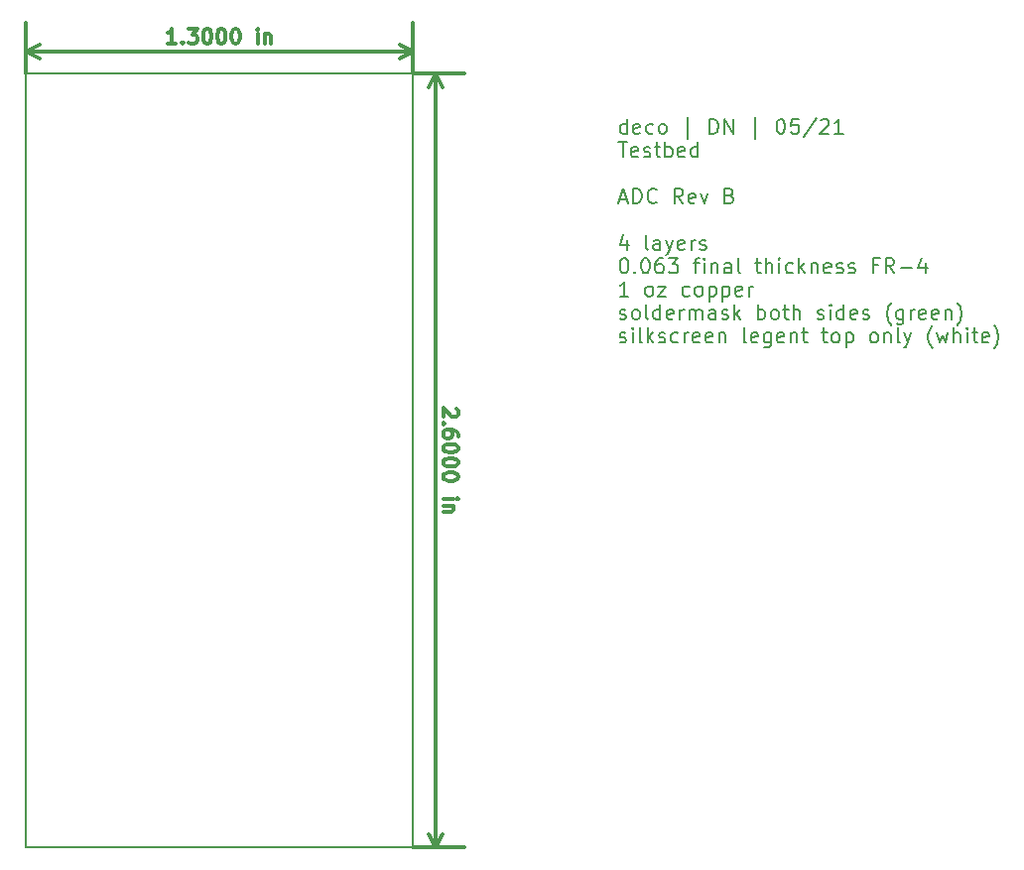
<source format=gbr>
%TF.GenerationSoftware,KiCad,Pcbnew,4.0.2-stable*%
%TF.CreationDate,2021-11-10T19:01:32-08:00*%
%TF.ProjectId,ADC,4144432E6B696361645F706362000000,rev?*%
%TF.FileFunction,Drawing*%
%FSLAX46Y46*%
G04 Gerber Fmt 4.6, Leading zero omitted, Abs format (unit mm)*
G04 Created by KiCad (PCBNEW 4.0.2-stable) date 11/10/2021 7:01:32 PM*
%MOMM*%
G01*
G04 APERTURE LIST*
%ADD10C,0.100000*%
%ADD11C,0.300000*%
%ADD12C,0.203200*%
%ADD13C,0.150000*%
G04 APERTURE END LIST*
D10*
D11*
X143414524Y-81915000D02*
X143475000Y-81975476D01*
X143535476Y-82096428D01*
X143535476Y-82398809D01*
X143475000Y-82519762D01*
X143414524Y-82580238D01*
X143293571Y-82640714D01*
X143172619Y-82640714D01*
X142991190Y-82580238D01*
X142265476Y-81854524D01*
X142265476Y-82640714D01*
X142386429Y-83185000D02*
X142325952Y-83245476D01*
X142265476Y-83185000D01*
X142325952Y-83124524D01*
X142386429Y-83185000D01*
X142265476Y-83185000D01*
X143535476Y-84334048D02*
X143535476Y-84092143D01*
X143475000Y-83971191D01*
X143414524Y-83910714D01*
X143233095Y-83789762D01*
X142991190Y-83729286D01*
X142507381Y-83729286D01*
X142386429Y-83789762D01*
X142325952Y-83850238D01*
X142265476Y-83971191D01*
X142265476Y-84213095D01*
X142325952Y-84334048D01*
X142386429Y-84394524D01*
X142507381Y-84455000D01*
X142809762Y-84455000D01*
X142930714Y-84394524D01*
X142991190Y-84334048D01*
X143051667Y-84213095D01*
X143051667Y-83971191D01*
X142991190Y-83850238D01*
X142930714Y-83789762D01*
X142809762Y-83729286D01*
X143535476Y-85241191D02*
X143535476Y-85362143D01*
X143475000Y-85483095D01*
X143414524Y-85543572D01*
X143293571Y-85604048D01*
X143051667Y-85664524D01*
X142749286Y-85664524D01*
X142507381Y-85604048D01*
X142386429Y-85543572D01*
X142325952Y-85483095D01*
X142265476Y-85362143D01*
X142265476Y-85241191D01*
X142325952Y-85120238D01*
X142386429Y-85059762D01*
X142507381Y-84999286D01*
X142749286Y-84938810D01*
X143051667Y-84938810D01*
X143293571Y-84999286D01*
X143414524Y-85059762D01*
X143475000Y-85120238D01*
X143535476Y-85241191D01*
X143535476Y-86450715D02*
X143535476Y-86571667D01*
X143475000Y-86692619D01*
X143414524Y-86753096D01*
X143293571Y-86813572D01*
X143051667Y-86874048D01*
X142749286Y-86874048D01*
X142507381Y-86813572D01*
X142386429Y-86753096D01*
X142325952Y-86692619D01*
X142265476Y-86571667D01*
X142265476Y-86450715D01*
X142325952Y-86329762D01*
X142386429Y-86269286D01*
X142507381Y-86208810D01*
X142749286Y-86148334D01*
X143051667Y-86148334D01*
X143293571Y-86208810D01*
X143414524Y-86269286D01*
X143475000Y-86329762D01*
X143535476Y-86450715D01*
X143535476Y-87660239D02*
X143535476Y-87781191D01*
X143475000Y-87902143D01*
X143414524Y-87962620D01*
X143293571Y-88023096D01*
X143051667Y-88083572D01*
X142749286Y-88083572D01*
X142507381Y-88023096D01*
X142386429Y-87962620D01*
X142325952Y-87902143D01*
X142265476Y-87781191D01*
X142265476Y-87660239D01*
X142325952Y-87539286D01*
X142386429Y-87478810D01*
X142507381Y-87418334D01*
X142749286Y-87357858D01*
X143051667Y-87357858D01*
X143293571Y-87418334D01*
X143414524Y-87478810D01*
X143475000Y-87539286D01*
X143535476Y-87660239D01*
X142265476Y-89595477D02*
X143112143Y-89595477D01*
X143535476Y-89595477D02*
X143475000Y-89535001D01*
X143414524Y-89595477D01*
X143475000Y-89655953D01*
X143535476Y-89595477D01*
X143414524Y-89595477D01*
X143112143Y-90200239D02*
X142265476Y-90200239D01*
X142991190Y-90200239D02*
X143051667Y-90260715D01*
X143112143Y-90381668D01*
X143112143Y-90563096D01*
X143051667Y-90684048D01*
X142930714Y-90744525D01*
X142265476Y-90744525D01*
X141605000Y-53340000D02*
X141605000Y-119380000D01*
X139700000Y-53340000D02*
X144075000Y-53340000D01*
X139700000Y-119380000D02*
X144075000Y-119380000D01*
X141605000Y-119380000D02*
X141018579Y-118253496D01*
X141605000Y-119380000D02*
X142191421Y-118253496D01*
X141605000Y-53340000D02*
X141018579Y-54466504D01*
X141605000Y-53340000D02*
X142191421Y-54466504D01*
X119470714Y-50774524D02*
X118745000Y-50774524D01*
X119107857Y-50774524D02*
X119107857Y-49504524D01*
X118986905Y-49685952D01*
X118865952Y-49806905D01*
X118745000Y-49867381D01*
X120015000Y-50653571D02*
X120075476Y-50714048D01*
X120015000Y-50774524D01*
X119954524Y-50714048D01*
X120015000Y-50653571D01*
X120015000Y-50774524D01*
X120498810Y-49504524D02*
X121285000Y-49504524D01*
X120861667Y-49988333D01*
X121043095Y-49988333D01*
X121164048Y-50048810D01*
X121224524Y-50109286D01*
X121285000Y-50230238D01*
X121285000Y-50532619D01*
X121224524Y-50653571D01*
X121164048Y-50714048D01*
X121043095Y-50774524D01*
X120680238Y-50774524D01*
X120559286Y-50714048D01*
X120498810Y-50653571D01*
X122071191Y-49504524D02*
X122192143Y-49504524D01*
X122313095Y-49565000D01*
X122373572Y-49625476D01*
X122434048Y-49746429D01*
X122494524Y-49988333D01*
X122494524Y-50290714D01*
X122434048Y-50532619D01*
X122373572Y-50653571D01*
X122313095Y-50714048D01*
X122192143Y-50774524D01*
X122071191Y-50774524D01*
X121950238Y-50714048D01*
X121889762Y-50653571D01*
X121829286Y-50532619D01*
X121768810Y-50290714D01*
X121768810Y-49988333D01*
X121829286Y-49746429D01*
X121889762Y-49625476D01*
X121950238Y-49565000D01*
X122071191Y-49504524D01*
X123280715Y-49504524D02*
X123401667Y-49504524D01*
X123522619Y-49565000D01*
X123583096Y-49625476D01*
X123643572Y-49746429D01*
X123704048Y-49988333D01*
X123704048Y-50290714D01*
X123643572Y-50532619D01*
X123583096Y-50653571D01*
X123522619Y-50714048D01*
X123401667Y-50774524D01*
X123280715Y-50774524D01*
X123159762Y-50714048D01*
X123099286Y-50653571D01*
X123038810Y-50532619D01*
X122978334Y-50290714D01*
X122978334Y-49988333D01*
X123038810Y-49746429D01*
X123099286Y-49625476D01*
X123159762Y-49565000D01*
X123280715Y-49504524D01*
X124490239Y-49504524D02*
X124611191Y-49504524D01*
X124732143Y-49565000D01*
X124792620Y-49625476D01*
X124853096Y-49746429D01*
X124913572Y-49988333D01*
X124913572Y-50290714D01*
X124853096Y-50532619D01*
X124792620Y-50653571D01*
X124732143Y-50714048D01*
X124611191Y-50774524D01*
X124490239Y-50774524D01*
X124369286Y-50714048D01*
X124308810Y-50653571D01*
X124248334Y-50532619D01*
X124187858Y-50290714D01*
X124187858Y-49988333D01*
X124248334Y-49746429D01*
X124308810Y-49625476D01*
X124369286Y-49565000D01*
X124490239Y-49504524D01*
X126425477Y-50774524D02*
X126425477Y-49927857D01*
X126425477Y-49504524D02*
X126365001Y-49565000D01*
X126425477Y-49625476D01*
X126485953Y-49565000D01*
X126425477Y-49504524D01*
X126425477Y-49625476D01*
X127030239Y-49927857D02*
X127030239Y-50774524D01*
X127030239Y-50048810D02*
X127090715Y-49988333D01*
X127211668Y-49927857D01*
X127393096Y-49927857D01*
X127514048Y-49988333D01*
X127574525Y-50109286D01*
X127574525Y-50774524D01*
X106680000Y-51435000D02*
X139700000Y-51435000D01*
X106680000Y-53340000D02*
X106680000Y-48965000D01*
X139700000Y-53340000D02*
X139700000Y-48965000D01*
X139700000Y-51435000D02*
X138573496Y-52021421D01*
X139700000Y-51435000D02*
X138573496Y-50848579D01*
X106680000Y-51435000D02*
X107806504Y-52021421D01*
X106680000Y-51435000D02*
X107806504Y-50848579D01*
D12*
X157945667Y-58461124D02*
X157945667Y-57191124D01*
X157945667Y-58400648D02*
X157824714Y-58461124D01*
X157582810Y-58461124D01*
X157461857Y-58400648D01*
X157401381Y-58340171D01*
X157340905Y-58219219D01*
X157340905Y-57856362D01*
X157401381Y-57735410D01*
X157461857Y-57674933D01*
X157582810Y-57614457D01*
X157824714Y-57614457D01*
X157945667Y-57674933D01*
X159034238Y-58400648D02*
X158913286Y-58461124D01*
X158671381Y-58461124D01*
X158550429Y-58400648D01*
X158489953Y-58279695D01*
X158489953Y-57795886D01*
X158550429Y-57674933D01*
X158671381Y-57614457D01*
X158913286Y-57614457D01*
X159034238Y-57674933D01*
X159094715Y-57795886D01*
X159094715Y-57916838D01*
X158489953Y-58037790D01*
X160183286Y-58400648D02*
X160062333Y-58461124D01*
X159820429Y-58461124D01*
X159699476Y-58400648D01*
X159639000Y-58340171D01*
X159578524Y-58219219D01*
X159578524Y-57856362D01*
X159639000Y-57735410D01*
X159699476Y-57674933D01*
X159820429Y-57614457D01*
X160062333Y-57614457D01*
X160183286Y-57674933D01*
X160909000Y-58461124D02*
X160788047Y-58400648D01*
X160727571Y-58340171D01*
X160667095Y-58219219D01*
X160667095Y-57856362D01*
X160727571Y-57735410D01*
X160788047Y-57674933D01*
X160909000Y-57614457D01*
X161090428Y-57614457D01*
X161211380Y-57674933D01*
X161271857Y-57735410D01*
X161332333Y-57856362D01*
X161332333Y-58219219D01*
X161271857Y-58340171D01*
X161211380Y-58400648D01*
X161090428Y-58461124D01*
X160909000Y-58461124D01*
X163146619Y-58884457D02*
X163146619Y-57070171D01*
X165021381Y-58461124D02*
X165021381Y-57191124D01*
X165323762Y-57191124D01*
X165505190Y-57251600D01*
X165626143Y-57372552D01*
X165686619Y-57493505D01*
X165747095Y-57735410D01*
X165747095Y-57916838D01*
X165686619Y-58158743D01*
X165626143Y-58279695D01*
X165505190Y-58400648D01*
X165323762Y-58461124D01*
X165021381Y-58461124D01*
X166291381Y-58461124D02*
X166291381Y-57191124D01*
X167017095Y-58461124D01*
X167017095Y-57191124D01*
X168891857Y-58884457D02*
X168891857Y-57070171D01*
X171008524Y-57191124D02*
X171129476Y-57191124D01*
X171250428Y-57251600D01*
X171310905Y-57312076D01*
X171371381Y-57433029D01*
X171431857Y-57674933D01*
X171431857Y-57977314D01*
X171371381Y-58219219D01*
X171310905Y-58340171D01*
X171250428Y-58400648D01*
X171129476Y-58461124D01*
X171008524Y-58461124D01*
X170887571Y-58400648D01*
X170827095Y-58340171D01*
X170766619Y-58219219D01*
X170706143Y-57977314D01*
X170706143Y-57674933D01*
X170766619Y-57433029D01*
X170827095Y-57312076D01*
X170887571Y-57251600D01*
X171008524Y-57191124D01*
X172580905Y-57191124D02*
X171976143Y-57191124D01*
X171915667Y-57795886D01*
X171976143Y-57735410D01*
X172097095Y-57674933D01*
X172399476Y-57674933D01*
X172520429Y-57735410D01*
X172580905Y-57795886D01*
X172641381Y-57916838D01*
X172641381Y-58219219D01*
X172580905Y-58340171D01*
X172520429Y-58400648D01*
X172399476Y-58461124D01*
X172097095Y-58461124D01*
X171976143Y-58400648D01*
X171915667Y-58340171D01*
X174092810Y-57130648D02*
X173004238Y-58763505D01*
X174455667Y-57312076D02*
X174516143Y-57251600D01*
X174637095Y-57191124D01*
X174939476Y-57191124D01*
X175060429Y-57251600D01*
X175120905Y-57312076D01*
X175181381Y-57433029D01*
X175181381Y-57553981D01*
X175120905Y-57735410D01*
X174395191Y-58461124D01*
X175181381Y-58461124D01*
X176390905Y-58461124D02*
X175665191Y-58461124D01*
X176028048Y-58461124D02*
X176028048Y-57191124D01*
X175907096Y-57372552D01*
X175786143Y-57493505D01*
X175665191Y-57553981D01*
X157219952Y-59172324D02*
X157945667Y-59172324D01*
X157582810Y-60442324D02*
X157582810Y-59172324D01*
X158852809Y-60381848D02*
X158731857Y-60442324D01*
X158489952Y-60442324D01*
X158369000Y-60381848D01*
X158308524Y-60260895D01*
X158308524Y-59777086D01*
X158369000Y-59656133D01*
X158489952Y-59595657D01*
X158731857Y-59595657D01*
X158852809Y-59656133D01*
X158913286Y-59777086D01*
X158913286Y-59898038D01*
X158308524Y-60018990D01*
X159397095Y-60381848D02*
X159518047Y-60442324D01*
X159759952Y-60442324D01*
X159880904Y-60381848D01*
X159941380Y-60260895D01*
X159941380Y-60200419D01*
X159880904Y-60079467D01*
X159759952Y-60018990D01*
X159578523Y-60018990D01*
X159457571Y-59958514D01*
X159397095Y-59837562D01*
X159397095Y-59777086D01*
X159457571Y-59656133D01*
X159578523Y-59595657D01*
X159759952Y-59595657D01*
X159880904Y-59656133D01*
X160304237Y-59595657D02*
X160788047Y-59595657D01*
X160485666Y-59172324D02*
X160485666Y-60260895D01*
X160546142Y-60381848D01*
X160667095Y-60442324D01*
X160788047Y-60442324D01*
X161211380Y-60442324D02*
X161211380Y-59172324D01*
X161211380Y-59656133D02*
X161332332Y-59595657D01*
X161574237Y-59595657D01*
X161695189Y-59656133D01*
X161755666Y-59716610D01*
X161816142Y-59837562D01*
X161816142Y-60200419D01*
X161755666Y-60321371D01*
X161695189Y-60381848D01*
X161574237Y-60442324D01*
X161332332Y-60442324D01*
X161211380Y-60381848D01*
X162844237Y-60381848D02*
X162723285Y-60442324D01*
X162481380Y-60442324D01*
X162360428Y-60381848D01*
X162299952Y-60260895D01*
X162299952Y-59777086D01*
X162360428Y-59656133D01*
X162481380Y-59595657D01*
X162723285Y-59595657D01*
X162844237Y-59656133D01*
X162904714Y-59777086D01*
X162904714Y-59898038D01*
X162299952Y-60018990D01*
X163993285Y-60442324D02*
X163993285Y-59172324D01*
X163993285Y-60381848D02*
X163872332Y-60442324D01*
X163630428Y-60442324D01*
X163509475Y-60381848D01*
X163448999Y-60321371D01*
X163388523Y-60200419D01*
X163388523Y-59837562D01*
X163448999Y-59716610D01*
X163509475Y-59656133D01*
X163630428Y-59595657D01*
X163872332Y-59595657D01*
X163993285Y-59656133D01*
X157340905Y-64041867D02*
X157945667Y-64041867D01*
X157219952Y-64404724D02*
X157643286Y-63134724D01*
X158066619Y-64404724D01*
X158489952Y-64404724D02*
X158489952Y-63134724D01*
X158792333Y-63134724D01*
X158973761Y-63195200D01*
X159094714Y-63316152D01*
X159155190Y-63437105D01*
X159215666Y-63679010D01*
X159215666Y-63860438D01*
X159155190Y-64102343D01*
X159094714Y-64223295D01*
X158973761Y-64344248D01*
X158792333Y-64404724D01*
X158489952Y-64404724D01*
X160485666Y-64283771D02*
X160425190Y-64344248D01*
X160243761Y-64404724D01*
X160122809Y-64404724D01*
X159941381Y-64344248D01*
X159820428Y-64223295D01*
X159759952Y-64102343D01*
X159699476Y-63860438D01*
X159699476Y-63679010D01*
X159759952Y-63437105D01*
X159820428Y-63316152D01*
X159941381Y-63195200D01*
X160122809Y-63134724D01*
X160243761Y-63134724D01*
X160425190Y-63195200D01*
X160485666Y-63255676D01*
X162723285Y-64404724D02*
X162299952Y-63799962D01*
X161997571Y-64404724D02*
X161997571Y-63134724D01*
X162481380Y-63134724D01*
X162602333Y-63195200D01*
X162662809Y-63255676D01*
X162723285Y-63376629D01*
X162723285Y-63558057D01*
X162662809Y-63679010D01*
X162602333Y-63739486D01*
X162481380Y-63799962D01*
X161997571Y-63799962D01*
X163751380Y-64344248D02*
X163630428Y-64404724D01*
X163388523Y-64404724D01*
X163267571Y-64344248D01*
X163207095Y-64223295D01*
X163207095Y-63739486D01*
X163267571Y-63618533D01*
X163388523Y-63558057D01*
X163630428Y-63558057D01*
X163751380Y-63618533D01*
X163811857Y-63739486D01*
X163811857Y-63860438D01*
X163207095Y-63981390D01*
X164235190Y-63558057D02*
X164537571Y-64404724D01*
X164839951Y-63558057D01*
X166714713Y-63739486D02*
X166896142Y-63799962D01*
X166956618Y-63860438D01*
X167017094Y-63981390D01*
X167017094Y-64162819D01*
X166956618Y-64283771D01*
X166896142Y-64344248D01*
X166775189Y-64404724D01*
X166291380Y-64404724D01*
X166291380Y-63134724D01*
X166714713Y-63134724D01*
X166835666Y-63195200D01*
X166896142Y-63255676D01*
X166956618Y-63376629D01*
X166956618Y-63497581D01*
X166896142Y-63618533D01*
X166835666Y-63679010D01*
X166714713Y-63739486D01*
X166291380Y-63739486D01*
X157945667Y-67520457D02*
X157945667Y-68367124D01*
X157643286Y-67036648D02*
X157340905Y-67943790D01*
X158127095Y-67943790D01*
X159759953Y-68367124D02*
X159639000Y-68306648D01*
X159578524Y-68185695D01*
X159578524Y-67097124D01*
X160788048Y-68367124D02*
X160788048Y-67701886D01*
X160727571Y-67580933D01*
X160606619Y-67520457D01*
X160364714Y-67520457D01*
X160243762Y-67580933D01*
X160788048Y-68306648D02*
X160667095Y-68367124D01*
X160364714Y-68367124D01*
X160243762Y-68306648D01*
X160183286Y-68185695D01*
X160183286Y-68064743D01*
X160243762Y-67943790D01*
X160364714Y-67883314D01*
X160667095Y-67883314D01*
X160788048Y-67822838D01*
X161271858Y-67520457D02*
X161574239Y-68367124D01*
X161876619Y-67520457D02*
X161574239Y-68367124D01*
X161453286Y-68669505D01*
X161392810Y-68729981D01*
X161271858Y-68790457D01*
X162844238Y-68306648D02*
X162723286Y-68367124D01*
X162481381Y-68367124D01*
X162360429Y-68306648D01*
X162299953Y-68185695D01*
X162299953Y-67701886D01*
X162360429Y-67580933D01*
X162481381Y-67520457D01*
X162723286Y-67520457D01*
X162844238Y-67580933D01*
X162904715Y-67701886D01*
X162904715Y-67822838D01*
X162299953Y-67943790D01*
X163449000Y-68367124D02*
X163449000Y-67520457D01*
X163449000Y-67762362D02*
X163509476Y-67641410D01*
X163569952Y-67580933D01*
X163690905Y-67520457D01*
X163811857Y-67520457D01*
X164174714Y-68306648D02*
X164295666Y-68367124D01*
X164537571Y-68367124D01*
X164658523Y-68306648D01*
X164718999Y-68185695D01*
X164718999Y-68125219D01*
X164658523Y-68004267D01*
X164537571Y-67943790D01*
X164356142Y-67943790D01*
X164235190Y-67883314D01*
X164174714Y-67762362D01*
X164174714Y-67701886D01*
X164235190Y-67580933D01*
X164356142Y-67520457D01*
X164537571Y-67520457D01*
X164658523Y-67580933D01*
X157643286Y-69078324D02*
X157764238Y-69078324D01*
X157885190Y-69138800D01*
X157945667Y-69199276D01*
X158006143Y-69320229D01*
X158066619Y-69562133D01*
X158066619Y-69864514D01*
X158006143Y-70106419D01*
X157945667Y-70227371D01*
X157885190Y-70287848D01*
X157764238Y-70348324D01*
X157643286Y-70348324D01*
X157522333Y-70287848D01*
X157461857Y-70227371D01*
X157401381Y-70106419D01*
X157340905Y-69864514D01*
X157340905Y-69562133D01*
X157401381Y-69320229D01*
X157461857Y-69199276D01*
X157522333Y-69138800D01*
X157643286Y-69078324D01*
X158610905Y-70227371D02*
X158671381Y-70287848D01*
X158610905Y-70348324D01*
X158550429Y-70287848D01*
X158610905Y-70227371D01*
X158610905Y-70348324D01*
X159457572Y-69078324D02*
X159578524Y-69078324D01*
X159699476Y-69138800D01*
X159759953Y-69199276D01*
X159820429Y-69320229D01*
X159880905Y-69562133D01*
X159880905Y-69864514D01*
X159820429Y-70106419D01*
X159759953Y-70227371D01*
X159699476Y-70287848D01*
X159578524Y-70348324D01*
X159457572Y-70348324D01*
X159336619Y-70287848D01*
X159276143Y-70227371D01*
X159215667Y-70106419D01*
X159155191Y-69864514D01*
X159155191Y-69562133D01*
X159215667Y-69320229D01*
X159276143Y-69199276D01*
X159336619Y-69138800D01*
X159457572Y-69078324D01*
X160969477Y-69078324D02*
X160727572Y-69078324D01*
X160606620Y-69138800D01*
X160546143Y-69199276D01*
X160425191Y-69380705D01*
X160364715Y-69622610D01*
X160364715Y-70106419D01*
X160425191Y-70227371D01*
X160485667Y-70287848D01*
X160606620Y-70348324D01*
X160848524Y-70348324D01*
X160969477Y-70287848D01*
X161029953Y-70227371D01*
X161090429Y-70106419D01*
X161090429Y-69804038D01*
X161029953Y-69683086D01*
X160969477Y-69622610D01*
X160848524Y-69562133D01*
X160606620Y-69562133D01*
X160485667Y-69622610D01*
X160425191Y-69683086D01*
X160364715Y-69804038D01*
X161513763Y-69078324D02*
X162299953Y-69078324D01*
X161876620Y-69562133D01*
X162058048Y-69562133D01*
X162179001Y-69622610D01*
X162239477Y-69683086D01*
X162299953Y-69804038D01*
X162299953Y-70106419D01*
X162239477Y-70227371D01*
X162179001Y-70287848D01*
X162058048Y-70348324D01*
X161695191Y-70348324D01*
X161574239Y-70287848D01*
X161513763Y-70227371D01*
X163630429Y-69501657D02*
X164114239Y-69501657D01*
X163811858Y-70348324D02*
X163811858Y-69259752D01*
X163872334Y-69138800D01*
X163993287Y-69078324D01*
X164114239Y-69078324D01*
X164537572Y-70348324D02*
X164537572Y-69501657D01*
X164537572Y-69078324D02*
X164477096Y-69138800D01*
X164537572Y-69199276D01*
X164598048Y-69138800D01*
X164537572Y-69078324D01*
X164537572Y-69199276D01*
X165142334Y-69501657D02*
X165142334Y-70348324D01*
X165142334Y-69622610D02*
X165202810Y-69562133D01*
X165323763Y-69501657D01*
X165505191Y-69501657D01*
X165626143Y-69562133D01*
X165686620Y-69683086D01*
X165686620Y-70348324D01*
X166835668Y-70348324D02*
X166835668Y-69683086D01*
X166775191Y-69562133D01*
X166654239Y-69501657D01*
X166412334Y-69501657D01*
X166291382Y-69562133D01*
X166835668Y-70287848D02*
X166714715Y-70348324D01*
X166412334Y-70348324D01*
X166291382Y-70287848D01*
X166230906Y-70166895D01*
X166230906Y-70045943D01*
X166291382Y-69924990D01*
X166412334Y-69864514D01*
X166714715Y-69864514D01*
X166835668Y-69804038D01*
X167621859Y-70348324D02*
X167500906Y-70287848D01*
X167440430Y-70166895D01*
X167440430Y-69078324D01*
X168891858Y-69501657D02*
X169375668Y-69501657D01*
X169073287Y-69078324D02*
X169073287Y-70166895D01*
X169133763Y-70287848D01*
X169254716Y-70348324D01*
X169375668Y-70348324D01*
X169799001Y-70348324D02*
X169799001Y-69078324D01*
X170343287Y-70348324D02*
X170343287Y-69683086D01*
X170282810Y-69562133D01*
X170161858Y-69501657D01*
X169980430Y-69501657D01*
X169859477Y-69562133D01*
X169799001Y-69622610D01*
X170948049Y-70348324D02*
X170948049Y-69501657D01*
X170948049Y-69078324D02*
X170887573Y-69138800D01*
X170948049Y-69199276D01*
X171008525Y-69138800D01*
X170948049Y-69078324D01*
X170948049Y-69199276D01*
X172097097Y-70287848D02*
X171976144Y-70348324D01*
X171734240Y-70348324D01*
X171613287Y-70287848D01*
X171552811Y-70227371D01*
X171492335Y-70106419D01*
X171492335Y-69743562D01*
X171552811Y-69622610D01*
X171613287Y-69562133D01*
X171734240Y-69501657D01*
X171976144Y-69501657D01*
X172097097Y-69562133D01*
X172641382Y-70348324D02*
X172641382Y-69078324D01*
X172762334Y-69864514D02*
X173125191Y-70348324D01*
X173125191Y-69501657D02*
X172641382Y-69985467D01*
X173669477Y-69501657D02*
X173669477Y-70348324D01*
X173669477Y-69622610D02*
X173729953Y-69562133D01*
X173850906Y-69501657D01*
X174032334Y-69501657D01*
X174153286Y-69562133D01*
X174213763Y-69683086D01*
X174213763Y-70348324D01*
X175302334Y-70287848D02*
X175181382Y-70348324D01*
X174939477Y-70348324D01*
X174818525Y-70287848D01*
X174758049Y-70166895D01*
X174758049Y-69683086D01*
X174818525Y-69562133D01*
X174939477Y-69501657D01*
X175181382Y-69501657D01*
X175302334Y-69562133D01*
X175362811Y-69683086D01*
X175362811Y-69804038D01*
X174758049Y-69924990D01*
X175846620Y-70287848D02*
X175967572Y-70348324D01*
X176209477Y-70348324D01*
X176330429Y-70287848D01*
X176390905Y-70166895D01*
X176390905Y-70106419D01*
X176330429Y-69985467D01*
X176209477Y-69924990D01*
X176028048Y-69924990D01*
X175907096Y-69864514D01*
X175846620Y-69743562D01*
X175846620Y-69683086D01*
X175907096Y-69562133D01*
X176028048Y-69501657D01*
X176209477Y-69501657D01*
X176330429Y-69562133D01*
X176874715Y-70287848D02*
X176995667Y-70348324D01*
X177237572Y-70348324D01*
X177358524Y-70287848D01*
X177419000Y-70166895D01*
X177419000Y-70106419D01*
X177358524Y-69985467D01*
X177237572Y-69924990D01*
X177056143Y-69924990D01*
X176935191Y-69864514D01*
X176874715Y-69743562D01*
X176874715Y-69683086D01*
X176935191Y-69562133D01*
X177056143Y-69501657D01*
X177237572Y-69501657D01*
X177358524Y-69562133D01*
X179354238Y-69683086D02*
X178930905Y-69683086D01*
X178930905Y-70348324D02*
X178930905Y-69078324D01*
X179535667Y-69078324D01*
X180745190Y-70348324D02*
X180321857Y-69743562D01*
X180019476Y-70348324D02*
X180019476Y-69078324D01*
X180503285Y-69078324D01*
X180624238Y-69138800D01*
X180684714Y-69199276D01*
X180745190Y-69320229D01*
X180745190Y-69501657D01*
X180684714Y-69622610D01*
X180624238Y-69683086D01*
X180503285Y-69743562D01*
X180019476Y-69743562D01*
X181289476Y-69864514D02*
X182257095Y-69864514D01*
X183406143Y-69501657D02*
X183406143Y-70348324D01*
X183103762Y-69017848D02*
X182801381Y-69924990D01*
X183587571Y-69924990D01*
X158066619Y-72329524D02*
X157340905Y-72329524D01*
X157703762Y-72329524D02*
X157703762Y-71059524D01*
X157582810Y-71240952D01*
X157461857Y-71361905D01*
X157340905Y-71422381D01*
X159759953Y-72329524D02*
X159639000Y-72269048D01*
X159578524Y-72208571D01*
X159518048Y-72087619D01*
X159518048Y-71724762D01*
X159578524Y-71603810D01*
X159639000Y-71543333D01*
X159759953Y-71482857D01*
X159941381Y-71482857D01*
X160062333Y-71543333D01*
X160122810Y-71603810D01*
X160183286Y-71724762D01*
X160183286Y-72087619D01*
X160122810Y-72208571D01*
X160062333Y-72269048D01*
X159941381Y-72329524D01*
X159759953Y-72329524D01*
X160606620Y-71482857D02*
X161271858Y-71482857D01*
X160606620Y-72329524D01*
X161271858Y-72329524D01*
X163267572Y-72269048D02*
X163146619Y-72329524D01*
X162904715Y-72329524D01*
X162783762Y-72269048D01*
X162723286Y-72208571D01*
X162662810Y-72087619D01*
X162662810Y-71724762D01*
X162723286Y-71603810D01*
X162783762Y-71543333D01*
X162904715Y-71482857D01*
X163146619Y-71482857D01*
X163267572Y-71543333D01*
X163993286Y-72329524D02*
X163872333Y-72269048D01*
X163811857Y-72208571D01*
X163751381Y-72087619D01*
X163751381Y-71724762D01*
X163811857Y-71603810D01*
X163872333Y-71543333D01*
X163993286Y-71482857D01*
X164174714Y-71482857D01*
X164295666Y-71543333D01*
X164356143Y-71603810D01*
X164416619Y-71724762D01*
X164416619Y-72087619D01*
X164356143Y-72208571D01*
X164295666Y-72269048D01*
X164174714Y-72329524D01*
X163993286Y-72329524D01*
X164960905Y-71482857D02*
X164960905Y-72752857D01*
X164960905Y-71543333D02*
X165081857Y-71482857D01*
X165323762Y-71482857D01*
X165444714Y-71543333D01*
X165505191Y-71603810D01*
X165565667Y-71724762D01*
X165565667Y-72087619D01*
X165505191Y-72208571D01*
X165444714Y-72269048D01*
X165323762Y-72329524D01*
X165081857Y-72329524D01*
X164960905Y-72269048D01*
X166109953Y-71482857D02*
X166109953Y-72752857D01*
X166109953Y-71543333D02*
X166230905Y-71482857D01*
X166472810Y-71482857D01*
X166593762Y-71543333D01*
X166654239Y-71603810D01*
X166714715Y-71724762D01*
X166714715Y-72087619D01*
X166654239Y-72208571D01*
X166593762Y-72269048D01*
X166472810Y-72329524D01*
X166230905Y-72329524D01*
X166109953Y-72269048D01*
X167742810Y-72269048D02*
X167621858Y-72329524D01*
X167379953Y-72329524D01*
X167259001Y-72269048D01*
X167198525Y-72148095D01*
X167198525Y-71664286D01*
X167259001Y-71543333D01*
X167379953Y-71482857D01*
X167621858Y-71482857D01*
X167742810Y-71543333D01*
X167803287Y-71664286D01*
X167803287Y-71785238D01*
X167198525Y-71906190D01*
X168347572Y-72329524D02*
X168347572Y-71482857D01*
X168347572Y-71724762D02*
X168408048Y-71603810D01*
X168468524Y-71543333D01*
X168589477Y-71482857D01*
X168710429Y-71482857D01*
X157340905Y-74250248D02*
X157461857Y-74310724D01*
X157703762Y-74310724D01*
X157824714Y-74250248D01*
X157885190Y-74129295D01*
X157885190Y-74068819D01*
X157824714Y-73947867D01*
X157703762Y-73887390D01*
X157522333Y-73887390D01*
X157401381Y-73826914D01*
X157340905Y-73705962D01*
X157340905Y-73645486D01*
X157401381Y-73524533D01*
X157522333Y-73464057D01*
X157703762Y-73464057D01*
X157824714Y-73524533D01*
X158610905Y-74310724D02*
X158489952Y-74250248D01*
X158429476Y-74189771D01*
X158369000Y-74068819D01*
X158369000Y-73705962D01*
X158429476Y-73585010D01*
X158489952Y-73524533D01*
X158610905Y-73464057D01*
X158792333Y-73464057D01*
X158913285Y-73524533D01*
X158973762Y-73585010D01*
X159034238Y-73705962D01*
X159034238Y-74068819D01*
X158973762Y-74189771D01*
X158913285Y-74250248D01*
X158792333Y-74310724D01*
X158610905Y-74310724D01*
X159759953Y-74310724D02*
X159639000Y-74250248D01*
X159578524Y-74129295D01*
X159578524Y-73040724D01*
X160788048Y-74310724D02*
X160788048Y-73040724D01*
X160788048Y-74250248D02*
X160667095Y-74310724D01*
X160425191Y-74310724D01*
X160304238Y-74250248D01*
X160243762Y-74189771D01*
X160183286Y-74068819D01*
X160183286Y-73705962D01*
X160243762Y-73585010D01*
X160304238Y-73524533D01*
X160425191Y-73464057D01*
X160667095Y-73464057D01*
X160788048Y-73524533D01*
X161876619Y-74250248D02*
X161755667Y-74310724D01*
X161513762Y-74310724D01*
X161392810Y-74250248D01*
X161332334Y-74129295D01*
X161332334Y-73645486D01*
X161392810Y-73524533D01*
X161513762Y-73464057D01*
X161755667Y-73464057D01*
X161876619Y-73524533D01*
X161937096Y-73645486D01*
X161937096Y-73766438D01*
X161332334Y-73887390D01*
X162481381Y-74310724D02*
X162481381Y-73464057D01*
X162481381Y-73705962D02*
X162541857Y-73585010D01*
X162602333Y-73524533D01*
X162723286Y-73464057D01*
X162844238Y-73464057D01*
X163267571Y-74310724D02*
X163267571Y-73464057D01*
X163267571Y-73585010D02*
X163328047Y-73524533D01*
X163449000Y-73464057D01*
X163630428Y-73464057D01*
X163751380Y-73524533D01*
X163811857Y-73645486D01*
X163811857Y-74310724D01*
X163811857Y-73645486D02*
X163872333Y-73524533D01*
X163993285Y-73464057D01*
X164174714Y-73464057D01*
X164295666Y-73524533D01*
X164356142Y-73645486D01*
X164356142Y-74310724D01*
X165505190Y-74310724D02*
X165505190Y-73645486D01*
X165444713Y-73524533D01*
X165323761Y-73464057D01*
X165081856Y-73464057D01*
X164960904Y-73524533D01*
X165505190Y-74250248D02*
X165384237Y-74310724D01*
X165081856Y-74310724D01*
X164960904Y-74250248D01*
X164900428Y-74129295D01*
X164900428Y-74008343D01*
X164960904Y-73887390D01*
X165081856Y-73826914D01*
X165384237Y-73826914D01*
X165505190Y-73766438D01*
X166049476Y-74250248D02*
X166170428Y-74310724D01*
X166412333Y-74310724D01*
X166533285Y-74250248D01*
X166593761Y-74129295D01*
X166593761Y-74068819D01*
X166533285Y-73947867D01*
X166412333Y-73887390D01*
X166230904Y-73887390D01*
X166109952Y-73826914D01*
X166049476Y-73705962D01*
X166049476Y-73645486D01*
X166109952Y-73524533D01*
X166230904Y-73464057D01*
X166412333Y-73464057D01*
X166533285Y-73524533D01*
X167138047Y-74310724D02*
X167138047Y-73040724D01*
X167258999Y-73826914D02*
X167621856Y-74310724D01*
X167621856Y-73464057D02*
X167138047Y-73947867D01*
X169133761Y-74310724D02*
X169133761Y-73040724D01*
X169133761Y-73524533D02*
X169254713Y-73464057D01*
X169496618Y-73464057D01*
X169617570Y-73524533D01*
X169678047Y-73585010D01*
X169738523Y-73705962D01*
X169738523Y-74068819D01*
X169678047Y-74189771D01*
X169617570Y-74250248D01*
X169496618Y-74310724D01*
X169254713Y-74310724D01*
X169133761Y-74250248D01*
X170464238Y-74310724D02*
X170343285Y-74250248D01*
X170282809Y-74189771D01*
X170222333Y-74068819D01*
X170222333Y-73705962D01*
X170282809Y-73585010D01*
X170343285Y-73524533D01*
X170464238Y-73464057D01*
X170645666Y-73464057D01*
X170766618Y-73524533D01*
X170827095Y-73585010D01*
X170887571Y-73705962D01*
X170887571Y-74068819D01*
X170827095Y-74189771D01*
X170766618Y-74250248D01*
X170645666Y-74310724D01*
X170464238Y-74310724D01*
X171250428Y-73464057D02*
X171734238Y-73464057D01*
X171431857Y-73040724D02*
X171431857Y-74129295D01*
X171492333Y-74250248D01*
X171613286Y-74310724D01*
X171734238Y-74310724D01*
X172157571Y-74310724D02*
X172157571Y-73040724D01*
X172701857Y-74310724D02*
X172701857Y-73645486D01*
X172641380Y-73524533D01*
X172520428Y-73464057D01*
X172339000Y-73464057D01*
X172218047Y-73524533D01*
X172157571Y-73585010D01*
X174213762Y-74250248D02*
X174334714Y-74310724D01*
X174576619Y-74310724D01*
X174697571Y-74250248D01*
X174758047Y-74129295D01*
X174758047Y-74068819D01*
X174697571Y-73947867D01*
X174576619Y-73887390D01*
X174395190Y-73887390D01*
X174274238Y-73826914D01*
X174213762Y-73705962D01*
X174213762Y-73645486D01*
X174274238Y-73524533D01*
X174395190Y-73464057D01*
X174576619Y-73464057D01*
X174697571Y-73524533D01*
X175302333Y-74310724D02*
X175302333Y-73464057D01*
X175302333Y-73040724D02*
X175241857Y-73101200D01*
X175302333Y-73161676D01*
X175362809Y-73101200D01*
X175302333Y-73040724D01*
X175302333Y-73161676D01*
X176451381Y-74310724D02*
X176451381Y-73040724D01*
X176451381Y-74250248D02*
X176330428Y-74310724D01*
X176088524Y-74310724D01*
X175967571Y-74250248D01*
X175907095Y-74189771D01*
X175846619Y-74068819D01*
X175846619Y-73705962D01*
X175907095Y-73585010D01*
X175967571Y-73524533D01*
X176088524Y-73464057D01*
X176330428Y-73464057D01*
X176451381Y-73524533D01*
X177539952Y-74250248D02*
X177419000Y-74310724D01*
X177177095Y-74310724D01*
X177056143Y-74250248D01*
X176995667Y-74129295D01*
X176995667Y-73645486D01*
X177056143Y-73524533D01*
X177177095Y-73464057D01*
X177419000Y-73464057D01*
X177539952Y-73524533D01*
X177600429Y-73645486D01*
X177600429Y-73766438D01*
X176995667Y-73887390D01*
X178084238Y-74250248D02*
X178205190Y-74310724D01*
X178447095Y-74310724D01*
X178568047Y-74250248D01*
X178628523Y-74129295D01*
X178628523Y-74068819D01*
X178568047Y-73947867D01*
X178447095Y-73887390D01*
X178265666Y-73887390D01*
X178144714Y-73826914D01*
X178084238Y-73705962D01*
X178084238Y-73645486D01*
X178144714Y-73524533D01*
X178265666Y-73464057D01*
X178447095Y-73464057D01*
X178568047Y-73524533D01*
X180503285Y-74794533D02*
X180442809Y-74734057D01*
X180321857Y-74552629D01*
X180261380Y-74431676D01*
X180200904Y-74250248D01*
X180140428Y-73947867D01*
X180140428Y-73705962D01*
X180200904Y-73403581D01*
X180261380Y-73222152D01*
X180321857Y-73101200D01*
X180442809Y-72919771D01*
X180503285Y-72859295D01*
X181531381Y-73464057D02*
X181531381Y-74492152D01*
X181470904Y-74613105D01*
X181410428Y-74673581D01*
X181289476Y-74734057D01*
X181108047Y-74734057D01*
X180987095Y-74673581D01*
X181531381Y-74250248D02*
X181410428Y-74310724D01*
X181168524Y-74310724D01*
X181047571Y-74250248D01*
X180987095Y-74189771D01*
X180926619Y-74068819D01*
X180926619Y-73705962D01*
X180987095Y-73585010D01*
X181047571Y-73524533D01*
X181168524Y-73464057D01*
X181410428Y-73464057D01*
X181531381Y-73524533D01*
X182136143Y-74310724D02*
X182136143Y-73464057D01*
X182136143Y-73705962D02*
X182196619Y-73585010D01*
X182257095Y-73524533D01*
X182378048Y-73464057D01*
X182499000Y-73464057D01*
X183406142Y-74250248D02*
X183285190Y-74310724D01*
X183043285Y-74310724D01*
X182922333Y-74250248D01*
X182861857Y-74129295D01*
X182861857Y-73645486D01*
X182922333Y-73524533D01*
X183043285Y-73464057D01*
X183285190Y-73464057D01*
X183406142Y-73524533D01*
X183466619Y-73645486D01*
X183466619Y-73766438D01*
X182861857Y-73887390D01*
X184494713Y-74250248D02*
X184373761Y-74310724D01*
X184131856Y-74310724D01*
X184010904Y-74250248D01*
X183950428Y-74129295D01*
X183950428Y-73645486D01*
X184010904Y-73524533D01*
X184131856Y-73464057D01*
X184373761Y-73464057D01*
X184494713Y-73524533D01*
X184555190Y-73645486D01*
X184555190Y-73766438D01*
X183950428Y-73887390D01*
X185099475Y-73464057D02*
X185099475Y-74310724D01*
X185099475Y-73585010D02*
X185159951Y-73524533D01*
X185280904Y-73464057D01*
X185462332Y-73464057D01*
X185583284Y-73524533D01*
X185643761Y-73645486D01*
X185643761Y-74310724D01*
X186127571Y-74794533D02*
X186188047Y-74734057D01*
X186308999Y-74552629D01*
X186369475Y-74431676D01*
X186429952Y-74250248D01*
X186490428Y-73947867D01*
X186490428Y-73705962D01*
X186429952Y-73403581D01*
X186369475Y-73222152D01*
X186308999Y-73101200D01*
X186188047Y-72919771D01*
X186127571Y-72859295D01*
X157340905Y-76231448D02*
X157461857Y-76291924D01*
X157703762Y-76291924D01*
X157824714Y-76231448D01*
X157885190Y-76110495D01*
X157885190Y-76050019D01*
X157824714Y-75929067D01*
X157703762Y-75868590D01*
X157522333Y-75868590D01*
X157401381Y-75808114D01*
X157340905Y-75687162D01*
X157340905Y-75626686D01*
X157401381Y-75505733D01*
X157522333Y-75445257D01*
X157703762Y-75445257D01*
X157824714Y-75505733D01*
X158429476Y-76291924D02*
X158429476Y-75445257D01*
X158429476Y-75021924D02*
X158369000Y-75082400D01*
X158429476Y-75142876D01*
X158489952Y-75082400D01*
X158429476Y-75021924D01*
X158429476Y-75142876D01*
X159215667Y-76291924D02*
X159094714Y-76231448D01*
X159034238Y-76110495D01*
X159034238Y-75021924D01*
X159699476Y-76291924D02*
X159699476Y-75021924D01*
X159820428Y-75808114D02*
X160183285Y-76291924D01*
X160183285Y-75445257D02*
X159699476Y-75929067D01*
X160667095Y-76231448D02*
X160788047Y-76291924D01*
X161029952Y-76291924D01*
X161150904Y-76231448D01*
X161211380Y-76110495D01*
X161211380Y-76050019D01*
X161150904Y-75929067D01*
X161029952Y-75868590D01*
X160848523Y-75868590D01*
X160727571Y-75808114D01*
X160667095Y-75687162D01*
X160667095Y-75626686D01*
X160727571Y-75505733D01*
X160848523Y-75445257D01*
X161029952Y-75445257D01*
X161150904Y-75505733D01*
X162299952Y-76231448D02*
X162178999Y-76291924D01*
X161937095Y-76291924D01*
X161816142Y-76231448D01*
X161755666Y-76170971D01*
X161695190Y-76050019D01*
X161695190Y-75687162D01*
X161755666Y-75566210D01*
X161816142Y-75505733D01*
X161937095Y-75445257D01*
X162178999Y-75445257D01*
X162299952Y-75505733D01*
X162844237Y-76291924D02*
X162844237Y-75445257D01*
X162844237Y-75687162D02*
X162904713Y-75566210D01*
X162965189Y-75505733D01*
X163086142Y-75445257D01*
X163207094Y-75445257D01*
X164114236Y-76231448D02*
X163993284Y-76291924D01*
X163751379Y-76291924D01*
X163630427Y-76231448D01*
X163569951Y-76110495D01*
X163569951Y-75626686D01*
X163630427Y-75505733D01*
X163751379Y-75445257D01*
X163993284Y-75445257D01*
X164114236Y-75505733D01*
X164174713Y-75626686D01*
X164174713Y-75747638D01*
X163569951Y-75868590D01*
X165202807Y-76231448D02*
X165081855Y-76291924D01*
X164839950Y-76291924D01*
X164718998Y-76231448D01*
X164658522Y-76110495D01*
X164658522Y-75626686D01*
X164718998Y-75505733D01*
X164839950Y-75445257D01*
X165081855Y-75445257D01*
X165202807Y-75505733D01*
X165263284Y-75626686D01*
X165263284Y-75747638D01*
X164658522Y-75868590D01*
X165807569Y-75445257D02*
X165807569Y-76291924D01*
X165807569Y-75566210D02*
X165868045Y-75505733D01*
X165988998Y-75445257D01*
X166170426Y-75445257D01*
X166291378Y-75505733D01*
X166351855Y-75626686D01*
X166351855Y-76291924D01*
X168105665Y-76291924D02*
X167984712Y-76231448D01*
X167924236Y-76110495D01*
X167924236Y-75021924D01*
X169073283Y-76231448D02*
X168952331Y-76291924D01*
X168710426Y-76291924D01*
X168589474Y-76231448D01*
X168528998Y-76110495D01*
X168528998Y-75626686D01*
X168589474Y-75505733D01*
X168710426Y-75445257D01*
X168952331Y-75445257D01*
X169073283Y-75505733D01*
X169133760Y-75626686D01*
X169133760Y-75747638D01*
X168528998Y-75868590D01*
X170222331Y-75445257D02*
X170222331Y-76473352D01*
X170161854Y-76594305D01*
X170101378Y-76654781D01*
X169980426Y-76715257D01*
X169798997Y-76715257D01*
X169678045Y-76654781D01*
X170222331Y-76231448D02*
X170101378Y-76291924D01*
X169859474Y-76291924D01*
X169738521Y-76231448D01*
X169678045Y-76170971D01*
X169617569Y-76050019D01*
X169617569Y-75687162D01*
X169678045Y-75566210D01*
X169738521Y-75505733D01*
X169859474Y-75445257D01*
X170101378Y-75445257D01*
X170222331Y-75505733D01*
X171310902Y-76231448D02*
X171189950Y-76291924D01*
X170948045Y-76291924D01*
X170827093Y-76231448D01*
X170766617Y-76110495D01*
X170766617Y-75626686D01*
X170827093Y-75505733D01*
X170948045Y-75445257D01*
X171189950Y-75445257D01*
X171310902Y-75505733D01*
X171371379Y-75626686D01*
X171371379Y-75747638D01*
X170766617Y-75868590D01*
X171915664Y-75445257D02*
X171915664Y-76291924D01*
X171915664Y-75566210D02*
X171976140Y-75505733D01*
X172097093Y-75445257D01*
X172278521Y-75445257D01*
X172399473Y-75505733D01*
X172459950Y-75626686D01*
X172459950Y-76291924D01*
X172883283Y-75445257D02*
X173367093Y-75445257D01*
X173064712Y-75021924D02*
X173064712Y-76110495D01*
X173125188Y-76231448D01*
X173246141Y-76291924D01*
X173367093Y-76291924D01*
X174576616Y-75445257D02*
X175060426Y-75445257D01*
X174758045Y-75021924D02*
X174758045Y-76110495D01*
X174818521Y-76231448D01*
X174939474Y-76291924D01*
X175060426Y-76291924D01*
X175665188Y-76291924D02*
X175544235Y-76231448D01*
X175483759Y-76170971D01*
X175423283Y-76050019D01*
X175423283Y-75687162D01*
X175483759Y-75566210D01*
X175544235Y-75505733D01*
X175665188Y-75445257D01*
X175846616Y-75445257D01*
X175967568Y-75505733D01*
X176028045Y-75566210D01*
X176088521Y-75687162D01*
X176088521Y-76050019D01*
X176028045Y-76170971D01*
X175967568Y-76231448D01*
X175846616Y-76291924D01*
X175665188Y-76291924D01*
X176632807Y-75445257D02*
X176632807Y-76715257D01*
X176632807Y-75505733D02*
X176753759Y-75445257D01*
X176995664Y-75445257D01*
X177116616Y-75505733D01*
X177177093Y-75566210D01*
X177237569Y-75687162D01*
X177237569Y-76050019D01*
X177177093Y-76170971D01*
X177116616Y-76231448D01*
X176995664Y-76291924D01*
X176753759Y-76291924D01*
X176632807Y-76231448D01*
X178930903Y-76291924D02*
X178809950Y-76231448D01*
X178749474Y-76170971D01*
X178688998Y-76050019D01*
X178688998Y-75687162D01*
X178749474Y-75566210D01*
X178809950Y-75505733D01*
X178930903Y-75445257D01*
X179112331Y-75445257D01*
X179233283Y-75505733D01*
X179293760Y-75566210D01*
X179354236Y-75687162D01*
X179354236Y-76050019D01*
X179293760Y-76170971D01*
X179233283Y-76231448D01*
X179112331Y-76291924D01*
X178930903Y-76291924D01*
X179898522Y-75445257D02*
X179898522Y-76291924D01*
X179898522Y-75566210D02*
X179958998Y-75505733D01*
X180079951Y-75445257D01*
X180261379Y-75445257D01*
X180382331Y-75505733D01*
X180442808Y-75626686D01*
X180442808Y-76291924D01*
X181228999Y-76291924D02*
X181108046Y-76231448D01*
X181047570Y-76110495D01*
X181047570Y-75021924D01*
X181591856Y-75445257D02*
X181894237Y-76291924D01*
X182196617Y-75445257D02*
X181894237Y-76291924D01*
X181773284Y-76594305D01*
X181712808Y-76654781D01*
X181591856Y-76715257D01*
X184010903Y-76775733D02*
X183950427Y-76715257D01*
X183829475Y-76533829D01*
X183768998Y-76412876D01*
X183708522Y-76231448D01*
X183648046Y-75929067D01*
X183648046Y-75687162D01*
X183708522Y-75384781D01*
X183768998Y-75203352D01*
X183829475Y-75082400D01*
X183950427Y-74900971D01*
X184010903Y-74840495D01*
X184373761Y-75445257D02*
X184615665Y-76291924D01*
X184857570Y-75687162D01*
X185099475Y-76291924D01*
X185341380Y-75445257D01*
X185825189Y-76291924D02*
X185825189Y-75021924D01*
X186369475Y-76291924D02*
X186369475Y-75626686D01*
X186308998Y-75505733D01*
X186188046Y-75445257D01*
X186006618Y-75445257D01*
X185885665Y-75505733D01*
X185825189Y-75566210D01*
X186974237Y-76291924D02*
X186974237Y-75445257D01*
X186974237Y-75021924D02*
X186913761Y-75082400D01*
X186974237Y-75142876D01*
X187034713Y-75082400D01*
X186974237Y-75021924D01*
X186974237Y-75142876D01*
X187397570Y-75445257D02*
X187881380Y-75445257D01*
X187578999Y-75021924D02*
X187578999Y-76110495D01*
X187639475Y-76231448D01*
X187760428Y-76291924D01*
X187881380Y-76291924D01*
X188788522Y-76231448D02*
X188667570Y-76291924D01*
X188425665Y-76291924D01*
X188304713Y-76231448D01*
X188244237Y-76110495D01*
X188244237Y-75626686D01*
X188304713Y-75505733D01*
X188425665Y-75445257D01*
X188667570Y-75445257D01*
X188788522Y-75505733D01*
X188848999Y-75626686D01*
X188848999Y-75747638D01*
X188244237Y-75868590D01*
X189272332Y-76775733D02*
X189332808Y-76715257D01*
X189453760Y-76533829D01*
X189514236Y-76412876D01*
X189574713Y-76231448D01*
X189635189Y-75929067D01*
X189635189Y-75687162D01*
X189574713Y-75384781D01*
X189514236Y-75203352D01*
X189453760Y-75082400D01*
X189332808Y-74900971D01*
X189272332Y-74840495D01*
D13*
X106680000Y-119380000D02*
X106680000Y-53340000D01*
X139700000Y-119380000D02*
X106680000Y-119380000D01*
X139700000Y-53340000D02*
X139700000Y-119380000D01*
X106680000Y-53340000D02*
X139700000Y-53340000D01*
M02*

</source>
